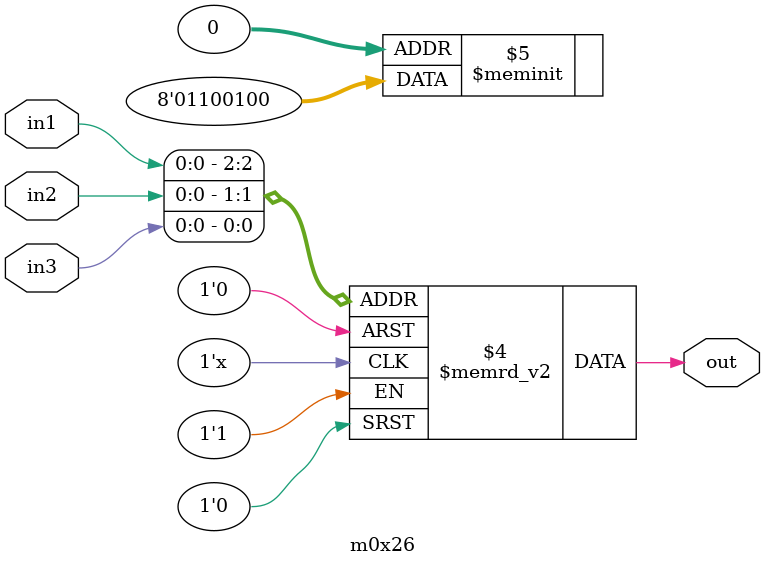
<source format=v>
module m0x26(output out, input in1, in2, in3);

   always @(in1, in2, in3)
     begin
        case({in1, in2, in3})
          3'b000: {out} = 1'b0;
          3'b001: {out} = 1'b0;
          3'b010: {out} = 1'b1;
          3'b011: {out} = 1'b0;
          3'b100: {out} = 1'b0;
          3'b101: {out} = 1'b1;
          3'b110: {out} = 1'b1;
          3'b111: {out} = 1'b0;
        endcase // case ({in1, in2, in3})
     end // always @ (in1, in2, in3)

endmodule // m0x26
</source>
